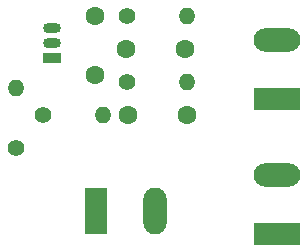
<source format=gbr>
G04 #@! TF.FileFunction,Soldermask,Top*
%FSLAX46Y46*%
G04 Gerber Fmt 4.6, Leading zero omitted, Abs format (unit mm)*
G04 Created by KiCad (PCBNEW 4.0.6) date 06/15/17 23:10:10*
%MOMM*%
%LPD*%
G01*
G04 APERTURE LIST*
%ADD10C,0.100000*%
%ADD11C,1.600000*%
%ADD12R,1.980000X3.960000*%
%ADD13O,1.980000X3.960000*%
%ADD14R,3.960000X1.980000*%
%ADD15O,3.960000X1.980000*%
%ADD16O,1.500000X0.900000*%
%ADD17R,1.500000X0.900000*%
%ADD18C,1.400000*%
%ADD19O,1.400000X1.400000*%
G04 APERTURE END LIST*
D10*
D11*
X176000400Y-88138000D03*
X181000400Y-88138000D03*
X181102000Y-93726000D03*
X176102000Y-93726000D03*
X173380400Y-90344000D03*
X173380400Y-85344000D03*
D12*
X173409600Y-101904800D03*
D13*
X178409600Y-101904800D03*
D14*
X188722000Y-92376000D03*
D15*
X188722000Y-87376000D03*
D14*
X188722000Y-103856800D03*
D15*
X188722000Y-98856800D03*
D16*
X169672000Y-87630000D03*
X169672000Y-86360000D03*
D17*
X169672000Y-88900000D03*
D18*
X166624000Y-96520000D03*
D19*
X166624000Y-91440000D03*
D18*
X168910000Y-93726000D03*
D19*
X173990000Y-93726000D03*
D18*
X176022000Y-90932000D03*
D19*
X181102000Y-90932000D03*
D18*
X176022000Y-85344000D03*
D19*
X181102000Y-85344000D03*
M02*

</source>
